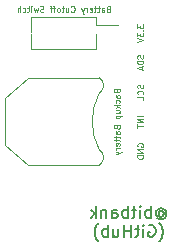
<source format=gbr>
%TF.GenerationSoftware,KiCad,Pcbnew,(6.0.9-0)*%
%TF.CreationDate,2023-01-03T19:06:45+00:00*%
%TF.ProjectId,ds3231_plus,64733332-3331-45f7-906c-75732e6b6963,rev?*%
%TF.SameCoordinates,Original*%
%TF.FileFunction,Legend,Bot*%
%TF.FilePolarity,Positive*%
%FSLAX46Y46*%
G04 Gerber Fmt 4.6, Leading zero omitted, Abs format (unit mm)*
G04 Created by KiCad (PCBNEW (6.0.9-0)) date 2023-01-03 19:06:45*
%MOMM*%
%LPD*%
G01*
G04 APERTURE LIST*
%ADD10C,0.125000*%
%ADD11C,0.150000*%
%ADD12C,0.120000*%
G04 APERTURE END LIST*
D10*
X156726190Y-88547619D02*
X156226190Y-88547619D01*
X156726190Y-88785714D02*
X156226190Y-88785714D01*
X156726190Y-89071428D01*
X156226190Y-89071428D01*
X156226190Y-89238095D02*
X156226190Y-89523809D01*
X156726190Y-89380952D02*
X156226190Y-89380952D01*
X156226190Y-80761904D02*
X156226190Y-81071428D01*
X156416666Y-80904761D01*
X156416666Y-80976190D01*
X156440476Y-81023809D01*
X156464285Y-81047619D01*
X156511904Y-81071428D01*
X156630952Y-81071428D01*
X156678571Y-81047619D01*
X156702380Y-81023809D01*
X156726190Y-80976190D01*
X156726190Y-80833333D01*
X156702380Y-80785714D01*
X156678571Y-80761904D01*
X156678571Y-81285714D02*
X156702380Y-81309523D01*
X156726190Y-81285714D01*
X156702380Y-81261904D01*
X156678571Y-81285714D01*
X156726190Y-81285714D01*
X156226190Y-81476190D02*
X156226190Y-81785714D01*
X156416666Y-81619047D01*
X156416666Y-81690476D01*
X156440476Y-81738095D01*
X156464285Y-81761904D01*
X156511904Y-81785714D01*
X156630952Y-81785714D01*
X156678571Y-81761904D01*
X156702380Y-81738095D01*
X156726190Y-81690476D01*
X156726190Y-81547619D01*
X156702380Y-81500000D01*
X156678571Y-81476190D01*
X156226190Y-81928571D02*
X156726190Y-82095238D01*
X156226190Y-82261904D01*
X156702380Y-83392857D02*
X156726190Y-83464285D01*
X156726190Y-83583333D01*
X156702380Y-83630952D01*
X156678571Y-83654761D01*
X156630952Y-83678571D01*
X156583333Y-83678571D01*
X156535714Y-83654761D01*
X156511904Y-83630952D01*
X156488095Y-83583333D01*
X156464285Y-83488095D01*
X156440476Y-83440476D01*
X156416666Y-83416666D01*
X156369047Y-83392857D01*
X156321428Y-83392857D01*
X156273809Y-83416666D01*
X156250000Y-83440476D01*
X156226190Y-83488095D01*
X156226190Y-83607142D01*
X156250000Y-83678571D01*
X156726190Y-83892857D02*
X156226190Y-83892857D01*
X156226190Y-84011904D01*
X156250000Y-84083333D01*
X156297619Y-84130952D01*
X156345238Y-84154761D01*
X156440476Y-84178571D01*
X156511904Y-84178571D01*
X156607142Y-84154761D01*
X156654761Y-84130952D01*
X156702380Y-84083333D01*
X156726190Y-84011904D01*
X156726190Y-83892857D01*
X156583333Y-84369047D02*
X156583333Y-84607142D01*
X156726190Y-84321428D02*
X156226190Y-84488095D01*
X156726190Y-84654761D01*
X156702380Y-85904761D02*
X156726190Y-85976190D01*
X156726190Y-86095238D01*
X156702380Y-86142857D01*
X156678571Y-86166666D01*
X156630952Y-86190476D01*
X156583333Y-86190476D01*
X156535714Y-86166666D01*
X156511904Y-86142857D01*
X156488095Y-86095238D01*
X156464285Y-86000000D01*
X156440476Y-85952380D01*
X156416666Y-85928571D01*
X156369047Y-85904761D01*
X156321428Y-85904761D01*
X156273809Y-85928571D01*
X156250000Y-85952380D01*
X156226190Y-86000000D01*
X156226190Y-86119047D01*
X156250000Y-86190476D01*
X156678571Y-86690476D02*
X156702380Y-86666666D01*
X156726190Y-86595238D01*
X156726190Y-86547619D01*
X156702380Y-86476190D01*
X156654761Y-86428571D01*
X156607142Y-86404761D01*
X156511904Y-86380952D01*
X156440476Y-86380952D01*
X156345238Y-86404761D01*
X156297619Y-86428571D01*
X156250000Y-86476190D01*
X156226190Y-86547619D01*
X156226190Y-86595238D01*
X156250000Y-86666666D01*
X156273809Y-86690476D01*
X156726190Y-87142857D02*
X156726190Y-86904761D01*
X156226190Y-86904761D01*
D11*
X158023809Y-96671190D02*
X158071428Y-96623571D01*
X158166666Y-96575952D01*
X158261904Y-96575952D01*
X158357142Y-96623571D01*
X158404761Y-96671190D01*
X158452380Y-96766428D01*
X158452380Y-96861666D01*
X158404761Y-96956904D01*
X158357142Y-97004523D01*
X158261904Y-97052142D01*
X158166666Y-97052142D01*
X158071428Y-97004523D01*
X158023809Y-96956904D01*
X158023809Y-96575952D02*
X158023809Y-96956904D01*
X157976190Y-97004523D01*
X157928571Y-97004523D01*
X157833333Y-96956904D01*
X157785714Y-96861666D01*
X157785714Y-96623571D01*
X157880952Y-96480714D01*
X158023809Y-96385476D01*
X158214285Y-96337857D01*
X158404761Y-96385476D01*
X158547619Y-96480714D01*
X158642857Y-96623571D01*
X158690476Y-96814047D01*
X158642857Y-97004523D01*
X158547619Y-97147380D01*
X158404761Y-97242619D01*
X158214285Y-97290238D01*
X158023809Y-97242619D01*
X157880952Y-97147380D01*
X157357142Y-97147380D02*
X157357142Y-96147380D01*
X157357142Y-96528333D02*
X157261904Y-96480714D01*
X157071428Y-96480714D01*
X156976190Y-96528333D01*
X156928571Y-96575952D01*
X156880952Y-96671190D01*
X156880952Y-96956904D01*
X156928571Y-97052142D01*
X156976190Y-97099761D01*
X157071428Y-97147380D01*
X157261904Y-97147380D01*
X157357142Y-97099761D01*
X156452380Y-97147380D02*
X156452380Y-96480714D01*
X156452380Y-96147380D02*
X156500000Y-96195000D01*
X156452380Y-96242619D01*
X156404761Y-96195000D01*
X156452380Y-96147380D01*
X156452380Y-96242619D01*
X156119047Y-96480714D02*
X155738095Y-96480714D01*
X155976190Y-96147380D02*
X155976190Y-97004523D01*
X155928571Y-97099761D01*
X155833333Y-97147380D01*
X155738095Y-97147380D01*
X155404761Y-97147380D02*
X155404761Y-96147380D01*
X155404761Y-96528333D02*
X155309523Y-96480714D01*
X155119047Y-96480714D01*
X155023809Y-96528333D01*
X154976190Y-96575952D01*
X154928571Y-96671190D01*
X154928571Y-96956904D01*
X154976190Y-97052142D01*
X155023809Y-97099761D01*
X155119047Y-97147380D01*
X155309523Y-97147380D01*
X155404761Y-97099761D01*
X154071428Y-97147380D02*
X154071428Y-96623571D01*
X154119047Y-96528333D01*
X154214285Y-96480714D01*
X154404761Y-96480714D01*
X154500000Y-96528333D01*
X154071428Y-97099761D02*
X154166666Y-97147380D01*
X154404761Y-97147380D01*
X154500000Y-97099761D01*
X154547619Y-97004523D01*
X154547619Y-96909285D01*
X154500000Y-96814047D01*
X154404761Y-96766428D01*
X154166666Y-96766428D01*
X154071428Y-96718809D01*
X153595238Y-96480714D02*
X153595238Y-97147380D01*
X153595238Y-96575952D02*
X153547619Y-96528333D01*
X153452380Y-96480714D01*
X153309523Y-96480714D01*
X153214285Y-96528333D01*
X153166666Y-96623571D01*
X153166666Y-97147380D01*
X152690476Y-97147380D02*
X152690476Y-96147380D01*
X152595238Y-96766428D02*
X152309523Y-97147380D01*
X152309523Y-96480714D02*
X152690476Y-96861666D01*
X158095238Y-99138333D02*
X158142857Y-99090714D01*
X158238095Y-98947857D01*
X158285714Y-98852619D01*
X158333333Y-98709761D01*
X158380952Y-98471666D01*
X158380952Y-98281190D01*
X158333333Y-98043095D01*
X158285714Y-97900238D01*
X158238095Y-97805000D01*
X158142857Y-97662142D01*
X158095238Y-97614523D01*
X157190476Y-97805000D02*
X157285714Y-97757380D01*
X157428571Y-97757380D01*
X157571428Y-97805000D01*
X157666666Y-97900238D01*
X157714285Y-97995476D01*
X157761904Y-98185952D01*
X157761904Y-98328809D01*
X157714285Y-98519285D01*
X157666666Y-98614523D01*
X157571428Y-98709761D01*
X157428571Y-98757380D01*
X157333333Y-98757380D01*
X157190476Y-98709761D01*
X157142857Y-98662142D01*
X157142857Y-98328809D01*
X157333333Y-98328809D01*
X156714285Y-98757380D02*
X156714285Y-98090714D01*
X156714285Y-97757380D02*
X156761904Y-97805000D01*
X156714285Y-97852619D01*
X156666666Y-97805000D01*
X156714285Y-97757380D01*
X156714285Y-97852619D01*
X156380952Y-98090714D02*
X156000000Y-98090714D01*
X156238095Y-97757380D02*
X156238095Y-98614523D01*
X156190476Y-98709761D01*
X156095238Y-98757380D01*
X156000000Y-98757380D01*
X155666666Y-98757380D02*
X155666666Y-97757380D01*
X155666666Y-98233571D02*
X155095238Y-98233571D01*
X155095238Y-98757380D02*
X155095238Y-97757380D01*
X154190476Y-98090714D02*
X154190476Y-98757380D01*
X154619047Y-98090714D02*
X154619047Y-98614523D01*
X154571428Y-98709761D01*
X154476190Y-98757380D01*
X154333333Y-98757380D01*
X154238095Y-98709761D01*
X154190476Y-98662142D01*
X153714285Y-98757380D02*
X153714285Y-97757380D01*
X153714285Y-98138333D02*
X153619047Y-98090714D01*
X153428571Y-98090714D01*
X153333333Y-98138333D01*
X153285714Y-98185952D01*
X153238095Y-98281190D01*
X153238095Y-98566904D01*
X153285714Y-98662142D01*
X153333333Y-98709761D01*
X153428571Y-98757380D01*
X153619047Y-98757380D01*
X153714285Y-98709761D01*
X152904761Y-99138333D02*
X152857142Y-99090714D01*
X152761904Y-98947857D01*
X152714285Y-98852619D01*
X152666666Y-98709761D01*
X152619047Y-98471666D01*
X152619047Y-98281190D01*
X152666666Y-98043095D01*
X152714285Y-97900238D01*
X152761904Y-97805000D01*
X152857142Y-97662142D01*
X152904761Y-97614523D01*
D10*
X156250000Y-91119047D02*
X156226190Y-91071428D01*
X156226190Y-91000000D01*
X156250000Y-90928571D01*
X156297619Y-90880952D01*
X156345238Y-90857142D01*
X156440476Y-90833333D01*
X156511904Y-90833333D01*
X156607142Y-90857142D01*
X156654761Y-90880952D01*
X156702380Y-90928571D01*
X156726190Y-91000000D01*
X156726190Y-91047619D01*
X156702380Y-91119047D01*
X156678571Y-91142857D01*
X156511904Y-91142857D01*
X156511904Y-91047619D01*
X156726190Y-91357142D02*
X156226190Y-91357142D01*
X156726190Y-91642857D01*
X156226190Y-91642857D01*
X156726190Y-91880952D02*
X156226190Y-91880952D01*
X156226190Y-92000000D01*
X156250000Y-92071428D01*
X156297619Y-92119047D01*
X156345238Y-92142857D01*
X156440476Y-92166666D01*
X156511904Y-92166666D01*
X156607142Y-92142857D01*
X156654761Y-92119047D01*
X156702380Y-92071428D01*
X156726190Y-92000000D01*
X156726190Y-91880952D01*
%TO.C,Backup Battery*%
X154464285Y-86428571D02*
X154488095Y-86500000D01*
X154511904Y-86523809D01*
X154559523Y-86547619D01*
X154630952Y-86547619D01*
X154678571Y-86523809D01*
X154702380Y-86500000D01*
X154726190Y-86452380D01*
X154726190Y-86261904D01*
X154226190Y-86261904D01*
X154226190Y-86428571D01*
X154250000Y-86476190D01*
X154273809Y-86500000D01*
X154321428Y-86523809D01*
X154369047Y-86523809D01*
X154416666Y-86500000D01*
X154440476Y-86476190D01*
X154464285Y-86428571D01*
X154464285Y-86261904D01*
X154726190Y-86976190D02*
X154464285Y-86976190D01*
X154416666Y-86952380D01*
X154392857Y-86904761D01*
X154392857Y-86809523D01*
X154416666Y-86761904D01*
X154702380Y-86976190D02*
X154726190Y-86928571D01*
X154726190Y-86809523D01*
X154702380Y-86761904D01*
X154654761Y-86738095D01*
X154607142Y-86738095D01*
X154559523Y-86761904D01*
X154535714Y-86809523D01*
X154535714Y-86928571D01*
X154511904Y-86976190D01*
X154702380Y-87428571D02*
X154726190Y-87380952D01*
X154726190Y-87285714D01*
X154702380Y-87238095D01*
X154678571Y-87214285D01*
X154630952Y-87190476D01*
X154488095Y-87190476D01*
X154440476Y-87214285D01*
X154416666Y-87238095D01*
X154392857Y-87285714D01*
X154392857Y-87380952D01*
X154416666Y-87428571D01*
X154726190Y-87642857D02*
X154226190Y-87642857D01*
X154535714Y-87690476D02*
X154726190Y-87833333D01*
X154392857Y-87833333D02*
X154583333Y-87642857D01*
X154392857Y-88261904D02*
X154726190Y-88261904D01*
X154392857Y-88047619D02*
X154654761Y-88047619D01*
X154702380Y-88071428D01*
X154726190Y-88119047D01*
X154726190Y-88190476D01*
X154702380Y-88238095D01*
X154678571Y-88261904D01*
X154392857Y-88500000D02*
X154892857Y-88500000D01*
X154416666Y-88500000D02*
X154392857Y-88547619D01*
X154392857Y-88642857D01*
X154416666Y-88690476D01*
X154440476Y-88714285D01*
X154488095Y-88738095D01*
X154630952Y-88738095D01*
X154678571Y-88714285D01*
X154702380Y-88690476D01*
X154726190Y-88642857D01*
X154726190Y-88547619D01*
X154702380Y-88500000D01*
X154464285Y-89500000D02*
X154488095Y-89571428D01*
X154511904Y-89595238D01*
X154559523Y-89619047D01*
X154630952Y-89619047D01*
X154678571Y-89595238D01*
X154702380Y-89571428D01*
X154726190Y-89523809D01*
X154726190Y-89333333D01*
X154226190Y-89333333D01*
X154226190Y-89500000D01*
X154250000Y-89547619D01*
X154273809Y-89571428D01*
X154321428Y-89595238D01*
X154369047Y-89595238D01*
X154416666Y-89571428D01*
X154440476Y-89547619D01*
X154464285Y-89500000D01*
X154464285Y-89333333D01*
X154726190Y-90047619D02*
X154464285Y-90047619D01*
X154416666Y-90023809D01*
X154392857Y-89976190D01*
X154392857Y-89880952D01*
X154416666Y-89833333D01*
X154702380Y-90047619D02*
X154726190Y-90000000D01*
X154726190Y-89880952D01*
X154702380Y-89833333D01*
X154654761Y-89809523D01*
X154607142Y-89809523D01*
X154559523Y-89833333D01*
X154535714Y-89880952D01*
X154535714Y-90000000D01*
X154511904Y-90047619D01*
X154392857Y-90214285D02*
X154392857Y-90404761D01*
X154226190Y-90285714D02*
X154654761Y-90285714D01*
X154702380Y-90309523D01*
X154726190Y-90357142D01*
X154726190Y-90404761D01*
X154392857Y-90500000D02*
X154392857Y-90690476D01*
X154226190Y-90571428D02*
X154654761Y-90571428D01*
X154702380Y-90595238D01*
X154726190Y-90642857D01*
X154726190Y-90690476D01*
X154702380Y-91047619D02*
X154726190Y-91000000D01*
X154726190Y-90904761D01*
X154702380Y-90857142D01*
X154654761Y-90833333D01*
X154464285Y-90833333D01*
X154416666Y-90857142D01*
X154392857Y-90904761D01*
X154392857Y-91000000D01*
X154416666Y-91047619D01*
X154464285Y-91071428D01*
X154511904Y-91071428D01*
X154559523Y-90833333D01*
X154726190Y-91285714D02*
X154392857Y-91285714D01*
X154488095Y-91285714D02*
X154440476Y-91309523D01*
X154416666Y-91333333D01*
X154392857Y-91380952D01*
X154392857Y-91428571D01*
X154392857Y-91547619D02*
X154726190Y-91666666D01*
X154392857Y-91785714D02*
X154726190Y-91666666D01*
X154845238Y-91619047D01*
X154869047Y-91595238D01*
X154892857Y-91547619D01*
%TO.C,Battery Cutoff Switch*%
X153750000Y-79464285D02*
X153678571Y-79488095D01*
X153654761Y-79511904D01*
X153630952Y-79559523D01*
X153630952Y-79630952D01*
X153654761Y-79678571D01*
X153678571Y-79702380D01*
X153726190Y-79726190D01*
X153916666Y-79726190D01*
X153916666Y-79226190D01*
X153750000Y-79226190D01*
X153702380Y-79250000D01*
X153678571Y-79273809D01*
X153654761Y-79321428D01*
X153654761Y-79369047D01*
X153678571Y-79416666D01*
X153702380Y-79440476D01*
X153750000Y-79464285D01*
X153916666Y-79464285D01*
X153202380Y-79726190D02*
X153202380Y-79464285D01*
X153226190Y-79416666D01*
X153273809Y-79392857D01*
X153369047Y-79392857D01*
X153416666Y-79416666D01*
X153202380Y-79702380D02*
X153250000Y-79726190D01*
X153369047Y-79726190D01*
X153416666Y-79702380D01*
X153440476Y-79654761D01*
X153440476Y-79607142D01*
X153416666Y-79559523D01*
X153369047Y-79535714D01*
X153250000Y-79535714D01*
X153202380Y-79511904D01*
X153035714Y-79392857D02*
X152845238Y-79392857D01*
X152964285Y-79226190D02*
X152964285Y-79654761D01*
X152940476Y-79702380D01*
X152892857Y-79726190D01*
X152845238Y-79726190D01*
X152750000Y-79392857D02*
X152559523Y-79392857D01*
X152678571Y-79226190D02*
X152678571Y-79654761D01*
X152654761Y-79702380D01*
X152607142Y-79726190D01*
X152559523Y-79726190D01*
X152202380Y-79702380D02*
X152250000Y-79726190D01*
X152345238Y-79726190D01*
X152392857Y-79702380D01*
X152416666Y-79654761D01*
X152416666Y-79464285D01*
X152392857Y-79416666D01*
X152345238Y-79392857D01*
X152250000Y-79392857D01*
X152202380Y-79416666D01*
X152178571Y-79464285D01*
X152178571Y-79511904D01*
X152416666Y-79559523D01*
X151964285Y-79726190D02*
X151964285Y-79392857D01*
X151964285Y-79488095D02*
X151940476Y-79440476D01*
X151916666Y-79416666D01*
X151869047Y-79392857D01*
X151821428Y-79392857D01*
X151702380Y-79392857D02*
X151583333Y-79726190D01*
X151464285Y-79392857D02*
X151583333Y-79726190D01*
X151630952Y-79845238D01*
X151654761Y-79869047D01*
X151702380Y-79892857D01*
X150607142Y-79678571D02*
X150630952Y-79702380D01*
X150702380Y-79726190D01*
X150750000Y-79726190D01*
X150821428Y-79702380D01*
X150869047Y-79654761D01*
X150892857Y-79607142D01*
X150916666Y-79511904D01*
X150916666Y-79440476D01*
X150892857Y-79345238D01*
X150869047Y-79297619D01*
X150821428Y-79250000D01*
X150750000Y-79226190D01*
X150702380Y-79226190D01*
X150630952Y-79250000D01*
X150607142Y-79273809D01*
X150178571Y-79392857D02*
X150178571Y-79726190D01*
X150392857Y-79392857D02*
X150392857Y-79654761D01*
X150369047Y-79702380D01*
X150321428Y-79726190D01*
X150250000Y-79726190D01*
X150202380Y-79702380D01*
X150178571Y-79678571D01*
X150011904Y-79392857D02*
X149821428Y-79392857D01*
X149940476Y-79226190D02*
X149940476Y-79654761D01*
X149916666Y-79702380D01*
X149869047Y-79726190D01*
X149821428Y-79726190D01*
X149583333Y-79726190D02*
X149630952Y-79702380D01*
X149654761Y-79678571D01*
X149678571Y-79630952D01*
X149678571Y-79488095D01*
X149654761Y-79440476D01*
X149630952Y-79416666D01*
X149583333Y-79392857D01*
X149511904Y-79392857D01*
X149464285Y-79416666D01*
X149440476Y-79440476D01*
X149416666Y-79488095D01*
X149416666Y-79630952D01*
X149440476Y-79678571D01*
X149464285Y-79702380D01*
X149511904Y-79726190D01*
X149583333Y-79726190D01*
X149273809Y-79392857D02*
X149083333Y-79392857D01*
X149202380Y-79726190D02*
X149202380Y-79297619D01*
X149178571Y-79250000D01*
X149130952Y-79226190D01*
X149083333Y-79226190D01*
X148988095Y-79392857D02*
X148797619Y-79392857D01*
X148916666Y-79726190D02*
X148916666Y-79297619D01*
X148892857Y-79250000D01*
X148845238Y-79226190D01*
X148797619Y-79226190D01*
X148273809Y-79702380D02*
X148202380Y-79726190D01*
X148083333Y-79726190D01*
X148035714Y-79702380D01*
X148011904Y-79678571D01*
X147988095Y-79630952D01*
X147988095Y-79583333D01*
X148011904Y-79535714D01*
X148035714Y-79511904D01*
X148083333Y-79488095D01*
X148178571Y-79464285D01*
X148226190Y-79440476D01*
X148250000Y-79416666D01*
X148273809Y-79369047D01*
X148273809Y-79321428D01*
X148250000Y-79273809D01*
X148226190Y-79250000D01*
X148178571Y-79226190D01*
X148059523Y-79226190D01*
X147988095Y-79250000D01*
X147821428Y-79392857D02*
X147726190Y-79726190D01*
X147630952Y-79488095D01*
X147535714Y-79726190D01*
X147440476Y-79392857D01*
X147250000Y-79726190D02*
X147250000Y-79392857D01*
X147250000Y-79226190D02*
X147273809Y-79250000D01*
X147250000Y-79273809D01*
X147226190Y-79250000D01*
X147250000Y-79226190D01*
X147250000Y-79273809D01*
X147083333Y-79392857D02*
X146892857Y-79392857D01*
X147011904Y-79226190D02*
X147011904Y-79654761D01*
X146988095Y-79702380D01*
X146940476Y-79726190D01*
X146892857Y-79726190D01*
X146511904Y-79702380D02*
X146559523Y-79726190D01*
X146654761Y-79726190D01*
X146702380Y-79702380D01*
X146726190Y-79678571D01*
X146750000Y-79630952D01*
X146750000Y-79488095D01*
X146726190Y-79440476D01*
X146702380Y-79416666D01*
X146654761Y-79392857D01*
X146559523Y-79392857D01*
X146511904Y-79416666D01*
X146297619Y-79726190D02*
X146297619Y-79226190D01*
X146083333Y-79726190D02*
X146083333Y-79464285D01*
X146107142Y-79416666D01*
X146154761Y-79392857D01*
X146226190Y-79392857D01*
X146273809Y-79416666D01*
X146297619Y-79440476D01*
D12*
%TO.C,Backup Battery*%
X153000000Y-92700000D02*
X147000000Y-92700000D01*
X145000000Y-91000000D02*
X145000000Y-87000000D01*
X145000000Y-91000000D02*
X147000000Y-92700000D01*
X145000000Y-87000000D02*
X147000000Y-85300000D01*
X153000000Y-85300000D02*
X147000000Y-85300000D01*
X152993972Y-86607373D02*
G75*
G03*
X153000000Y-85296277I-393972J657373D01*
G01*
X152995415Y-86608617D02*
G75*
G03*
X153000000Y-91400000I4504582J-2391383D01*
G01*
X152990673Y-92705648D02*
G75*
G03*
X153000000Y-91400000I-390674J655648D01*
G01*
%TO.C,Battery Cutoff Switch*%
X147240000Y-81561000D02*
X147240000Y-82830000D01*
X152760000Y-81561000D02*
X152760000Y-82830000D01*
X152760000Y-80170000D02*
X152760000Y-80820000D01*
X152760000Y-80170000D02*
X147240000Y-80170000D01*
X152760000Y-82830000D02*
X147240000Y-82830000D01*
X154610000Y-80820000D02*
X152760000Y-80820000D01*
X147240000Y-80170000D02*
X147240000Y-81439000D01*
%TD*%
M02*

</source>
